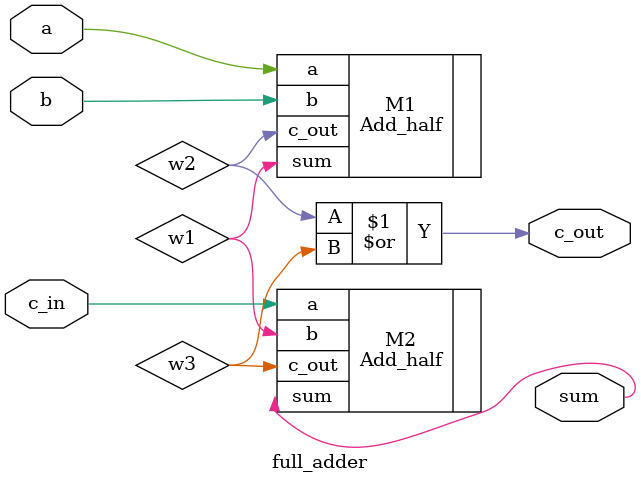
<source format=v>
`timescale 1ns / 1ps

module full_adder (sum, c_out, a, b, c_in);

input a, b, c_in;
output c_out, sum;
wire w1, w2, w3;

Add_half M1 (.a(a), .b(b), .sum(w1), .c_out(w2));
Add_half M2 (.a(c_in), .b(w1), .sum(sum), .c_out(w3));

assign c_out = w2|w3;

endmodule


</source>
